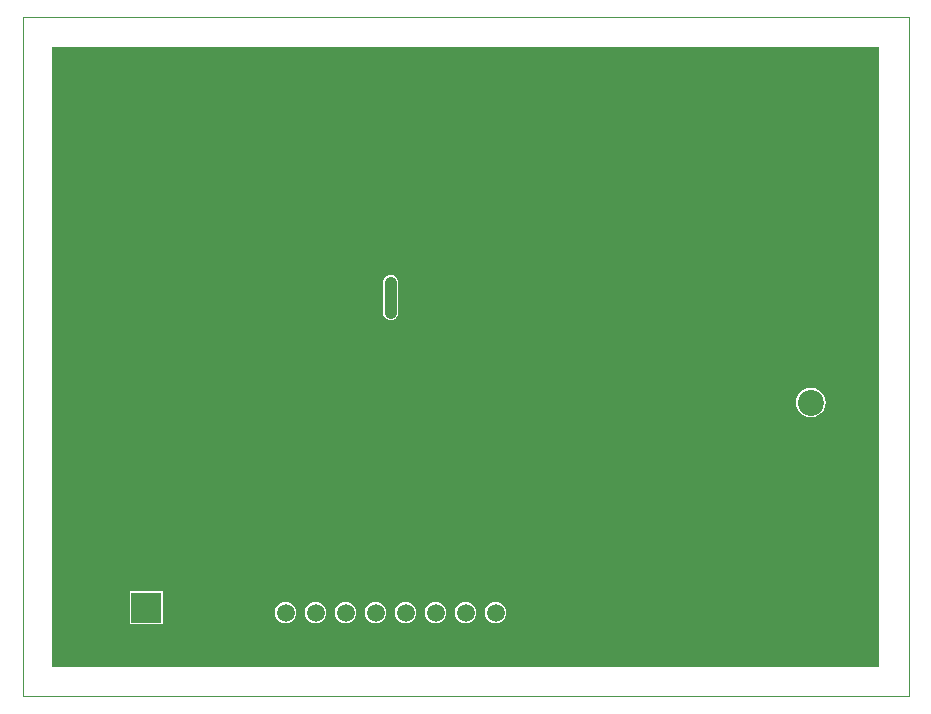
<source format=gbl>
%FSLAX25Y25*%
%MOIN*%
G70*
G01*
G75*
G04 Layer_Physical_Order=2*
G04 Layer_Color=16711680*
%ADD10R,0.05906X0.04921*%
%ADD11R,0.04921X0.05906*%
%ADD12R,0.03740X0.03347*%
%ADD13O,0.01102X0.05906*%
%ADD14O,0.05906X0.01102*%
%ADD15R,0.13583X0.13583*%
%ADD16R,0.02362X0.04134*%
%ADD17C,0.00787*%
%ADD18C,0.01575*%
%ADD19C,0.00394*%
%ADD20C,0.08661*%
%ADD21C,0.05906*%
%ADD22R,0.05906X0.05906*%
%ADD23C,0.19685*%
%ADD24C,0.09843*%
%ADD25R,0.09843X0.09843*%
%ADD26C,0.02756*%
%ADD27C,0.03937*%
G36*
X137795Y-118110D02*
X-137795D01*
Y88583D01*
X137795D01*
Y-118110D01*
D02*
G37*
%LPC*%
G36*
X-40000Y-96418D02*
X-40927Y-96540D01*
X-41791Y-96898D01*
X-42533Y-97467D01*
X-43102Y-98209D01*
X-43460Y-99073D01*
X-43582Y-100000D01*
X-43460Y-100927D01*
X-43102Y-101791D01*
X-42533Y-102533D01*
X-41791Y-103102D01*
X-40927Y-103460D01*
X-40000Y-103582D01*
X-39073Y-103460D01*
X-38209Y-103102D01*
X-37467Y-102533D01*
X-36898Y-101791D01*
X-36540Y-100927D01*
X-36418Y-100000D01*
X-36540Y-99073D01*
X-36898Y-98209D01*
X-37467Y-97467D01*
X-38209Y-96898D01*
X-39073Y-96540D01*
X-40000Y-96418D01*
D02*
G37*
G36*
X-30000D02*
X-30927Y-96540D01*
X-31791Y-96898D01*
X-32533Y-97467D01*
X-33102Y-98209D01*
X-33460Y-99073D01*
X-33582Y-100000D01*
X-33460Y-100927D01*
X-33102Y-101791D01*
X-32533Y-102533D01*
X-31791Y-103102D01*
X-30927Y-103460D01*
X-30000Y-103582D01*
X-29073Y-103460D01*
X-28209Y-103102D01*
X-27467Y-102533D01*
X-26898Y-101791D01*
X-26540Y-100927D01*
X-26418Y-100000D01*
X-26540Y-99073D01*
X-26898Y-98209D01*
X-27467Y-97467D01*
X-28209Y-96898D01*
X-29073Y-96540D01*
X-30000Y-96418D01*
D02*
G37*
G36*
X-50000D02*
X-50927Y-96540D01*
X-51791Y-96898D01*
X-52533Y-97467D01*
X-53102Y-98209D01*
X-53460Y-99073D01*
X-53582Y-100000D01*
X-53460Y-100927D01*
X-53102Y-101791D01*
X-52533Y-102533D01*
X-51791Y-103102D01*
X-50927Y-103460D01*
X-50000Y-103582D01*
X-49073Y-103460D01*
X-48209Y-103102D01*
X-47467Y-102533D01*
X-46898Y-101791D01*
X-46540Y-100927D01*
X-46418Y-100000D01*
X-46540Y-99073D01*
X-46898Y-98209D01*
X-47467Y-97467D01*
X-48209Y-96898D01*
X-49073Y-96540D01*
X-50000Y-96418D01*
D02*
G37*
G36*
X-100937Y-92905D02*
X-111976D01*
Y-103945D01*
X-100937D01*
Y-92905D01*
D02*
G37*
G36*
X-60000Y-96418D02*
X-60927Y-96540D01*
X-61791Y-96898D01*
X-62533Y-97467D01*
X-63102Y-98209D01*
X-63460Y-99073D01*
X-63582Y-100000D01*
X-63460Y-100927D01*
X-63102Y-101791D01*
X-62533Y-102533D01*
X-61791Y-103102D01*
X-60927Y-103460D01*
X-60000Y-103582D01*
X-59073Y-103460D01*
X-58209Y-103102D01*
X-57467Y-102533D01*
X-56898Y-101791D01*
X-56540Y-100927D01*
X-56418Y-100000D01*
X-56540Y-99073D01*
X-56898Y-98209D01*
X-57467Y-97467D01*
X-58209Y-96898D01*
X-59073Y-96540D01*
X-60000Y-96418D01*
D02*
G37*
G36*
X10000D02*
X9073Y-96540D01*
X8209Y-96898D01*
X7467Y-97467D01*
X6898Y-98209D01*
X6540Y-99073D01*
X6418Y-100000D01*
X6540Y-100927D01*
X6898Y-101791D01*
X7467Y-102533D01*
X8209Y-103102D01*
X9073Y-103460D01*
X10000Y-103582D01*
X10927Y-103460D01*
X11791Y-103102D01*
X12533Y-102533D01*
X13102Y-101791D01*
X13460Y-100927D01*
X13582Y-100000D01*
X13460Y-99073D01*
X13102Y-98209D01*
X12533Y-97467D01*
X11791Y-96898D01*
X10927Y-96540D01*
X10000Y-96418D01*
D02*
G37*
G36*
X115000Y-25029D02*
X113714Y-25198D01*
X112514Y-25695D01*
X111485Y-26485D01*
X110695Y-27514D01*
X110198Y-28714D01*
X110029Y-30000D01*
X110198Y-31287D01*
X110695Y-32486D01*
X111485Y-33516D01*
X112514Y-34306D01*
X113714Y-34803D01*
X115000Y-34972D01*
X116287Y-34803D01*
X117486Y-34306D01*
X118516Y-33516D01*
X119306Y-32486D01*
X119803Y-31287D01*
X119972Y-30000D01*
X119803Y-28714D01*
X119306Y-27514D01*
X118516Y-26485D01*
X117486Y-25695D01*
X116287Y-25198D01*
X115000Y-25029D01*
D02*
G37*
G36*
X-25000Y12589D02*
X-25670Y12501D01*
X-26294Y12242D01*
X-26831Y11831D01*
X-27242Y11294D01*
X-27501Y10670D01*
X-27589Y10000D01*
Y0D01*
X-27501Y-670D01*
X-27242Y-1295D01*
X-26831Y-1831D01*
X-26294Y-2242D01*
X-25670Y-2501D01*
X-25000Y-2589D01*
X-24330Y-2501D01*
X-23706Y-2242D01*
X-23169Y-1831D01*
X-22758Y-1295D01*
X-22499Y-670D01*
X-22411Y0D01*
Y10000D01*
X-22499Y10670D01*
X-22758Y11294D01*
X-23169Y11831D01*
X-23706Y12242D01*
X-24330Y12501D01*
X-25000Y12589D01*
D02*
G37*
G36*
X-20000Y-96418D02*
X-20927Y-96540D01*
X-21791Y-96898D01*
X-22533Y-97467D01*
X-23102Y-98209D01*
X-23460Y-99073D01*
X-23582Y-100000D01*
X-23460Y-100927D01*
X-23102Y-101791D01*
X-22533Y-102533D01*
X-21791Y-103102D01*
X-20927Y-103460D01*
X-20000Y-103582D01*
X-19073Y-103460D01*
X-18209Y-103102D01*
X-17467Y-102533D01*
X-16898Y-101791D01*
X-16540Y-100927D01*
X-16418Y-100000D01*
X-16540Y-99073D01*
X-16898Y-98209D01*
X-17467Y-97467D01*
X-18209Y-96898D01*
X-19073Y-96540D01*
X-20000Y-96418D01*
D02*
G37*
G36*
X-10000D02*
X-10927Y-96540D01*
X-11791Y-96898D01*
X-12533Y-97467D01*
X-13102Y-98209D01*
X-13460Y-99073D01*
X-13582Y-100000D01*
X-13460Y-100927D01*
X-13102Y-101791D01*
X-12533Y-102533D01*
X-11791Y-103102D01*
X-10927Y-103460D01*
X-10000Y-103582D01*
X-9073Y-103460D01*
X-8209Y-103102D01*
X-7467Y-102533D01*
X-6898Y-101791D01*
X-6540Y-100927D01*
X-6418Y-100000D01*
X-6540Y-99073D01*
X-6898Y-98209D01*
X-7467Y-97467D01*
X-8209Y-96898D01*
X-9073Y-96540D01*
X-10000Y-96418D01*
D02*
G37*
G36*
X0D02*
X-927Y-96540D01*
X-1791Y-96898D01*
X-2533Y-97467D01*
X-3102Y-98209D01*
X-3460Y-99073D01*
X-3582Y-100000D01*
X-3460Y-100927D01*
X-3102Y-101791D01*
X-2533Y-102533D01*
X-1791Y-103102D01*
X-927Y-103460D01*
X0Y-103582D01*
X927Y-103460D01*
X1791Y-103102D01*
X2533Y-102533D01*
X3102Y-101791D01*
X3460Y-100927D01*
X3582Y-100000D01*
X3460Y-99073D01*
X3102Y-98209D01*
X2533Y-97467D01*
X1791Y-96898D01*
X927Y-96540D01*
X0Y-96418D01*
D02*
G37*
%LPD*%
D19*
X-147638Y-127953D02*
Y98425D01*
X147638D01*
Y-127953D02*
Y98425D01*
X-147638Y-127953D02*
X147638D01*
D20*
X115000Y-30000D02*
D03*
X105000Y-40000D02*
D03*
X125000D02*
D03*
Y-20000D02*
D03*
X105000D02*
D03*
D21*
X10000Y-100000D02*
D03*
X0D02*
D03*
X-10000D02*
D03*
X-20000D02*
D03*
X-30000D02*
D03*
X-40000D02*
D03*
X-50000D02*
D03*
X-60000D02*
D03*
X10000Y-110000D02*
D03*
X0D02*
D03*
X-10000D02*
D03*
X-20000D02*
D03*
X-30000D02*
D03*
X-40000D02*
D03*
X-50000D02*
D03*
D22*
X-60000D02*
D03*
D23*
X127953Y78740D02*
D03*
Y-108268D02*
D03*
X-127953D02*
D03*
Y78740D02*
D03*
D24*
X-86457Y-98425D02*
D03*
D25*
X-106457D02*
D03*
D26*
X-85000Y-50000D02*
D03*
X-95000Y-30000D02*
D03*
X-85000Y-10000D02*
D03*
Y0D02*
D03*
Y10000D02*
D03*
X-15000Y-45000D02*
D03*
X-5000D02*
D03*
X5000D02*
D03*
X15000D02*
D03*
X-25000Y10000D02*
D03*
Y0D02*
D03*
X-45000Y-10000D02*
D03*
Y10000D02*
D03*
Y0D02*
D03*
X-30000Y45000D02*
D03*
X-10000Y75000D02*
D03*
X-20000D02*
D03*
X10000Y45000D02*
D03*
X0D02*
D03*
X20000D02*
D03*
X45000Y-115000D02*
D03*
X35000D02*
D03*
X90000Y-60000D02*
D03*
X50000Y20000D02*
D03*
Y30000D02*
D03*
X70000Y-40000D02*
D03*
X50000Y0D02*
D03*
Y-18000D02*
D03*
Y-10000D02*
D03*
X-17854Y41201D02*
D03*
X-12146Y28878D02*
D03*
X3937Y3937D02*
D03*
Y0D02*
D03*
Y-3937D02*
D03*
X0D02*
D03*
X-3937D02*
D03*
Y0D02*
D03*
Y3937D02*
D03*
X0D02*
D03*
X0Y-0D02*
D03*
X15000Y-70000D02*
D03*
D27*
X-25000Y0D02*
Y10000D01*
M02*

</source>
